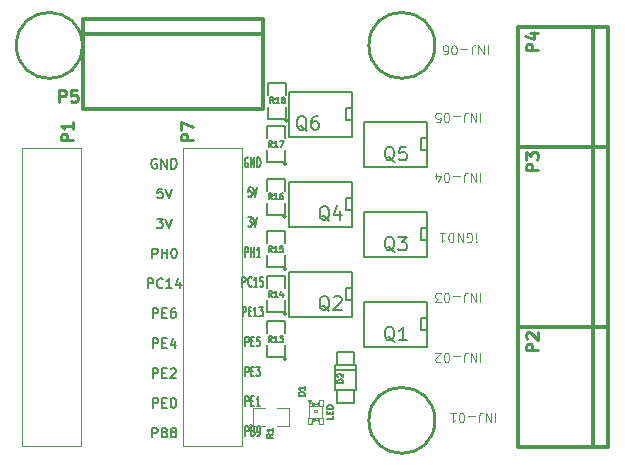
<source format=gto>
G04 (created by PCBNEW (2013-07-07 BZR 4022)-stable) date 11/10/2013 6:39:55 PM*
%MOIN*%
G04 Gerber Fmt 3.4, Leading zero omitted, Abs format*
%FSLAX34Y34*%
G01*
G70*
G90*
G04 APERTURE LIST*
%ADD10C,0.00590551*%
%ADD11C,0.005*%
%ADD12C,0.01*%
%ADD13C,0.0045*%
%ADD14C,0.0039*%
%ADD15C,0.012*%
%ADD16C,0.0026*%
%ADD17C,0.004*%
%ADD18C,0.002*%
%ADD19C,0.006*%
G04 APERTURE END LIST*
G54D10*
G54D11*
X38497Y-51874D02*
X38478Y-51859D01*
X38450Y-51859D01*
X38421Y-51874D01*
X38402Y-51905D01*
X38392Y-51935D01*
X38383Y-51996D01*
X38383Y-52042D01*
X38392Y-52103D01*
X38402Y-52133D01*
X38421Y-52164D01*
X38450Y-52179D01*
X38469Y-52179D01*
X38497Y-52164D01*
X38507Y-52149D01*
X38507Y-52042D01*
X38469Y-52042D01*
X38592Y-52179D02*
X38592Y-51859D01*
X38707Y-52179D01*
X38707Y-51859D01*
X38802Y-52179D02*
X38802Y-51859D01*
X38850Y-51859D01*
X38878Y-51874D01*
X38897Y-51905D01*
X38907Y-51935D01*
X38916Y-51996D01*
X38916Y-52042D01*
X38907Y-52103D01*
X38897Y-52133D01*
X38878Y-52164D01*
X38850Y-52179D01*
X38802Y-52179D01*
X38611Y-52855D02*
X38516Y-52855D01*
X38507Y-53007D01*
X38516Y-52992D01*
X38535Y-52977D01*
X38583Y-52977D01*
X38602Y-52992D01*
X38611Y-53007D01*
X38621Y-53038D01*
X38621Y-53114D01*
X38611Y-53145D01*
X38602Y-53160D01*
X38583Y-53175D01*
X38535Y-53175D01*
X38516Y-53160D01*
X38507Y-53145D01*
X38678Y-52855D02*
X38745Y-53175D01*
X38811Y-52855D01*
X38497Y-53851D02*
X38621Y-53851D01*
X38554Y-53973D01*
X38583Y-53973D01*
X38602Y-53988D01*
X38611Y-54003D01*
X38621Y-54034D01*
X38621Y-54110D01*
X38611Y-54141D01*
X38602Y-54156D01*
X38583Y-54171D01*
X38526Y-54171D01*
X38507Y-54156D01*
X38497Y-54141D01*
X38678Y-53851D02*
X38745Y-54171D01*
X38811Y-53851D01*
X38397Y-55167D02*
X38397Y-54847D01*
X38473Y-54847D01*
X38492Y-54862D01*
X38502Y-54878D01*
X38511Y-54908D01*
X38511Y-54954D01*
X38502Y-54984D01*
X38492Y-54999D01*
X38473Y-55015D01*
X38397Y-55015D01*
X38597Y-55167D02*
X38597Y-54847D01*
X38597Y-54999D02*
X38711Y-54999D01*
X38711Y-55167D02*
X38711Y-54847D01*
X38911Y-55167D02*
X38797Y-55167D01*
X38854Y-55167D02*
X38854Y-54847D01*
X38835Y-54893D01*
X38816Y-54923D01*
X38797Y-54938D01*
X38307Y-56163D02*
X38307Y-55843D01*
X38383Y-55843D01*
X38402Y-55858D01*
X38411Y-55874D01*
X38421Y-55904D01*
X38421Y-55950D01*
X38411Y-55980D01*
X38402Y-55995D01*
X38383Y-56011D01*
X38307Y-56011D01*
X38621Y-56133D02*
X38611Y-56148D01*
X38583Y-56163D01*
X38564Y-56163D01*
X38535Y-56148D01*
X38516Y-56117D01*
X38507Y-56087D01*
X38497Y-56026D01*
X38497Y-55980D01*
X38507Y-55919D01*
X38516Y-55889D01*
X38535Y-55858D01*
X38564Y-55843D01*
X38583Y-55843D01*
X38611Y-55858D01*
X38621Y-55874D01*
X38811Y-56163D02*
X38697Y-56163D01*
X38754Y-56163D02*
X38754Y-55843D01*
X38735Y-55889D01*
X38716Y-55919D01*
X38697Y-55934D01*
X38992Y-55843D02*
X38897Y-55843D01*
X38888Y-55995D01*
X38897Y-55980D01*
X38916Y-55965D01*
X38964Y-55965D01*
X38983Y-55980D01*
X38992Y-55995D01*
X39002Y-56026D01*
X39002Y-56102D01*
X38992Y-56133D01*
X38983Y-56148D01*
X38964Y-56163D01*
X38916Y-56163D01*
X38897Y-56148D01*
X38888Y-56133D01*
X38316Y-57159D02*
X38316Y-56839D01*
X38392Y-56839D01*
X38411Y-56854D01*
X38421Y-56870D01*
X38430Y-56900D01*
X38430Y-56946D01*
X38421Y-56976D01*
X38411Y-56991D01*
X38392Y-57007D01*
X38316Y-57007D01*
X38516Y-56991D02*
X38583Y-56991D01*
X38611Y-57159D02*
X38516Y-57159D01*
X38516Y-56839D01*
X38611Y-56839D01*
X38802Y-57159D02*
X38688Y-57159D01*
X38745Y-57159D02*
X38745Y-56839D01*
X38726Y-56885D01*
X38707Y-56915D01*
X38688Y-56930D01*
X38869Y-56839D02*
X38992Y-56839D01*
X38926Y-56961D01*
X38954Y-56961D01*
X38973Y-56976D01*
X38983Y-56991D01*
X38992Y-57022D01*
X38992Y-57098D01*
X38983Y-57129D01*
X38973Y-57144D01*
X38954Y-57159D01*
X38897Y-57159D01*
X38878Y-57144D01*
X38869Y-57129D01*
X38411Y-58155D02*
X38411Y-57835D01*
X38488Y-57835D01*
X38507Y-57850D01*
X38516Y-57866D01*
X38526Y-57896D01*
X38526Y-57942D01*
X38516Y-57972D01*
X38507Y-57987D01*
X38488Y-58003D01*
X38411Y-58003D01*
X38611Y-57987D02*
X38678Y-57987D01*
X38707Y-58155D02*
X38611Y-58155D01*
X38611Y-57835D01*
X38707Y-57835D01*
X38888Y-57835D02*
X38792Y-57835D01*
X38783Y-57987D01*
X38792Y-57972D01*
X38811Y-57957D01*
X38859Y-57957D01*
X38878Y-57972D01*
X38888Y-57987D01*
X38897Y-58018D01*
X38897Y-58094D01*
X38888Y-58125D01*
X38878Y-58140D01*
X38859Y-58155D01*
X38811Y-58155D01*
X38792Y-58140D01*
X38783Y-58125D01*
X38411Y-59151D02*
X38411Y-58831D01*
X38488Y-58831D01*
X38507Y-58846D01*
X38516Y-58862D01*
X38526Y-58892D01*
X38526Y-58938D01*
X38516Y-58968D01*
X38507Y-58983D01*
X38488Y-58999D01*
X38411Y-58999D01*
X38611Y-58983D02*
X38678Y-58983D01*
X38707Y-59151D02*
X38611Y-59151D01*
X38611Y-58831D01*
X38707Y-58831D01*
X38773Y-58831D02*
X38897Y-58831D01*
X38830Y-58953D01*
X38859Y-58953D01*
X38878Y-58968D01*
X38888Y-58983D01*
X38897Y-59014D01*
X38897Y-59090D01*
X38888Y-59121D01*
X38878Y-59136D01*
X38859Y-59151D01*
X38802Y-59151D01*
X38783Y-59136D01*
X38773Y-59121D01*
X38411Y-60147D02*
X38411Y-59827D01*
X38488Y-59827D01*
X38507Y-59842D01*
X38516Y-59858D01*
X38526Y-59888D01*
X38526Y-59934D01*
X38516Y-59964D01*
X38507Y-59979D01*
X38488Y-59995D01*
X38411Y-59995D01*
X38611Y-59979D02*
X38678Y-59979D01*
X38707Y-60147D02*
X38611Y-60147D01*
X38611Y-59827D01*
X38707Y-59827D01*
X38897Y-60147D02*
X38783Y-60147D01*
X38840Y-60147D02*
X38840Y-59827D01*
X38821Y-59873D01*
X38802Y-59903D01*
X38783Y-59918D01*
X38402Y-61143D02*
X38402Y-60823D01*
X38478Y-60823D01*
X38497Y-60838D01*
X38507Y-60854D01*
X38516Y-60884D01*
X38516Y-60930D01*
X38507Y-60960D01*
X38497Y-60975D01*
X38478Y-60991D01*
X38402Y-60991D01*
X38669Y-60975D02*
X38697Y-60991D01*
X38707Y-61006D01*
X38716Y-61036D01*
X38716Y-61082D01*
X38707Y-61113D01*
X38697Y-61128D01*
X38678Y-61143D01*
X38602Y-61143D01*
X38602Y-60823D01*
X38669Y-60823D01*
X38688Y-60838D01*
X38697Y-60854D01*
X38707Y-60884D01*
X38707Y-60914D01*
X38697Y-60945D01*
X38688Y-60960D01*
X38669Y-60975D01*
X38602Y-60975D01*
X38811Y-61143D02*
X38850Y-61143D01*
X38869Y-61128D01*
X38878Y-61113D01*
X38897Y-61067D01*
X38907Y-61006D01*
X38907Y-60884D01*
X38897Y-60854D01*
X38888Y-60838D01*
X38869Y-60823D01*
X38830Y-60823D01*
X38811Y-60838D01*
X38802Y-60854D01*
X38792Y-60884D01*
X38792Y-60960D01*
X38802Y-60991D01*
X38811Y-61006D01*
X38830Y-61021D01*
X38869Y-61021D01*
X38888Y-61006D01*
X38897Y-60991D01*
X38907Y-60960D01*
X35456Y-51924D02*
X35425Y-51909D01*
X35380Y-51909D01*
X35334Y-51924D01*
X35303Y-51955D01*
X35288Y-51985D01*
X35273Y-52046D01*
X35273Y-52092D01*
X35288Y-52153D01*
X35303Y-52183D01*
X35334Y-52214D01*
X35380Y-52229D01*
X35410Y-52229D01*
X35456Y-52214D01*
X35471Y-52199D01*
X35471Y-52092D01*
X35410Y-52092D01*
X35608Y-52229D02*
X35608Y-51909D01*
X35791Y-52229D01*
X35791Y-51909D01*
X35943Y-52229D02*
X35943Y-51909D01*
X36020Y-51909D01*
X36065Y-51924D01*
X36096Y-51955D01*
X36111Y-51985D01*
X36126Y-52046D01*
X36126Y-52092D01*
X36111Y-52153D01*
X36096Y-52183D01*
X36065Y-52214D01*
X36020Y-52229D01*
X35943Y-52229D01*
X35639Y-52905D02*
X35486Y-52905D01*
X35471Y-53057D01*
X35486Y-53042D01*
X35517Y-53027D01*
X35593Y-53027D01*
X35623Y-53042D01*
X35639Y-53057D01*
X35654Y-53088D01*
X35654Y-53164D01*
X35639Y-53195D01*
X35623Y-53210D01*
X35593Y-53225D01*
X35517Y-53225D01*
X35486Y-53210D01*
X35471Y-53195D01*
X35745Y-52905D02*
X35852Y-53225D01*
X35959Y-52905D01*
X35456Y-53901D02*
X35654Y-53901D01*
X35547Y-54023D01*
X35593Y-54023D01*
X35623Y-54038D01*
X35639Y-54053D01*
X35654Y-54084D01*
X35654Y-54160D01*
X35639Y-54191D01*
X35623Y-54206D01*
X35593Y-54221D01*
X35501Y-54221D01*
X35471Y-54206D01*
X35456Y-54191D01*
X35745Y-53901D02*
X35852Y-54221D01*
X35959Y-53901D01*
X35296Y-55217D02*
X35296Y-54897D01*
X35418Y-54897D01*
X35448Y-54912D01*
X35463Y-54928D01*
X35479Y-54958D01*
X35479Y-55004D01*
X35463Y-55034D01*
X35448Y-55049D01*
X35418Y-55065D01*
X35296Y-55065D01*
X35616Y-55217D02*
X35616Y-54897D01*
X35616Y-55049D02*
X35799Y-55049D01*
X35799Y-55217D02*
X35799Y-54897D01*
X36012Y-54897D02*
X36042Y-54897D01*
X36073Y-54912D01*
X36088Y-54928D01*
X36103Y-54958D01*
X36119Y-55019D01*
X36119Y-55095D01*
X36103Y-55156D01*
X36088Y-55187D01*
X36073Y-55202D01*
X36042Y-55217D01*
X36012Y-55217D01*
X35981Y-55202D01*
X35966Y-55187D01*
X35951Y-55156D01*
X35936Y-55095D01*
X35936Y-55019D01*
X35951Y-54958D01*
X35966Y-54928D01*
X35981Y-54912D01*
X36012Y-54897D01*
X35151Y-56213D02*
X35151Y-55893D01*
X35273Y-55893D01*
X35303Y-55908D01*
X35319Y-55924D01*
X35334Y-55954D01*
X35334Y-56000D01*
X35319Y-56030D01*
X35303Y-56045D01*
X35273Y-56061D01*
X35151Y-56061D01*
X35654Y-56183D02*
X35639Y-56198D01*
X35593Y-56213D01*
X35562Y-56213D01*
X35517Y-56198D01*
X35486Y-56167D01*
X35471Y-56137D01*
X35456Y-56076D01*
X35456Y-56030D01*
X35471Y-55969D01*
X35486Y-55939D01*
X35517Y-55908D01*
X35562Y-55893D01*
X35593Y-55893D01*
X35639Y-55908D01*
X35654Y-55924D01*
X35959Y-56213D02*
X35776Y-56213D01*
X35867Y-56213D02*
X35867Y-55893D01*
X35837Y-55939D01*
X35806Y-55969D01*
X35776Y-55984D01*
X36233Y-56000D02*
X36233Y-56213D01*
X36157Y-55878D02*
X36080Y-56106D01*
X36279Y-56106D01*
X35319Y-57209D02*
X35319Y-56889D01*
X35440Y-56889D01*
X35471Y-56904D01*
X35486Y-56920D01*
X35501Y-56950D01*
X35501Y-56996D01*
X35486Y-57026D01*
X35471Y-57041D01*
X35440Y-57057D01*
X35319Y-57057D01*
X35639Y-57041D02*
X35745Y-57041D01*
X35791Y-57209D02*
X35639Y-57209D01*
X35639Y-56889D01*
X35791Y-56889D01*
X36065Y-56889D02*
X36004Y-56889D01*
X35974Y-56904D01*
X35959Y-56920D01*
X35928Y-56965D01*
X35913Y-57026D01*
X35913Y-57148D01*
X35928Y-57179D01*
X35943Y-57194D01*
X35974Y-57209D01*
X36035Y-57209D01*
X36065Y-57194D01*
X36080Y-57179D01*
X36096Y-57148D01*
X36096Y-57072D01*
X36080Y-57041D01*
X36065Y-57026D01*
X36035Y-57011D01*
X35974Y-57011D01*
X35943Y-57026D01*
X35928Y-57041D01*
X35913Y-57072D01*
X35319Y-58205D02*
X35319Y-57885D01*
X35440Y-57885D01*
X35471Y-57900D01*
X35486Y-57916D01*
X35501Y-57946D01*
X35501Y-57992D01*
X35486Y-58022D01*
X35471Y-58037D01*
X35440Y-58053D01*
X35319Y-58053D01*
X35639Y-58037D02*
X35745Y-58037D01*
X35791Y-58205D02*
X35639Y-58205D01*
X35639Y-57885D01*
X35791Y-57885D01*
X36065Y-57992D02*
X36065Y-58205D01*
X35989Y-57870D02*
X35913Y-58098D01*
X36111Y-58098D01*
X35319Y-59201D02*
X35319Y-58881D01*
X35440Y-58881D01*
X35471Y-58896D01*
X35486Y-58912D01*
X35501Y-58942D01*
X35501Y-58988D01*
X35486Y-59018D01*
X35471Y-59033D01*
X35440Y-59049D01*
X35319Y-59049D01*
X35639Y-59033D02*
X35745Y-59033D01*
X35791Y-59201D02*
X35639Y-59201D01*
X35639Y-58881D01*
X35791Y-58881D01*
X35913Y-58912D02*
X35928Y-58896D01*
X35959Y-58881D01*
X36035Y-58881D01*
X36065Y-58896D01*
X36080Y-58912D01*
X36096Y-58942D01*
X36096Y-58972D01*
X36080Y-59018D01*
X35898Y-59201D01*
X36096Y-59201D01*
X35319Y-60197D02*
X35319Y-59877D01*
X35440Y-59877D01*
X35471Y-59892D01*
X35486Y-59908D01*
X35501Y-59938D01*
X35501Y-59984D01*
X35486Y-60014D01*
X35471Y-60029D01*
X35440Y-60045D01*
X35319Y-60045D01*
X35639Y-60029D02*
X35745Y-60029D01*
X35791Y-60197D02*
X35639Y-60197D01*
X35639Y-59877D01*
X35791Y-59877D01*
X35989Y-59877D02*
X36020Y-59877D01*
X36050Y-59892D01*
X36065Y-59908D01*
X36080Y-59938D01*
X36096Y-59999D01*
X36096Y-60075D01*
X36080Y-60136D01*
X36065Y-60167D01*
X36050Y-60182D01*
X36020Y-60197D01*
X35989Y-60197D01*
X35959Y-60182D01*
X35943Y-60167D01*
X35928Y-60136D01*
X35913Y-60075D01*
X35913Y-59999D01*
X35928Y-59938D01*
X35943Y-59908D01*
X35959Y-59892D01*
X35989Y-59877D01*
X35303Y-61193D02*
X35303Y-60873D01*
X35425Y-60873D01*
X35456Y-60888D01*
X35471Y-60904D01*
X35486Y-60934D01*
X35486Y-60980D01*
X35471Y-61010D01*
X35456Y-61025D01*
X35425Y-61041D01*
X35303Y-61041D01*
X35730Y-61025D02*
X35776Y-61041D01*
X35791Y-61056D01*
X35806Y-61086D01*
X35806Y-61132D01*
X35791Y-61163D01*
X35776Y-61178D01*
X35745Y-61193D01*
X35623Y-61193D01*
X35623Y-60873D01*
X35730Y-60873D01*
X35760Y-60888D01*
X35776Y-60904D01*
X35791Y-60934D01*
X35791Y-60964D01*
X35776Y-60995D01*
X35760Y-61010D01*
X35730Y-61025D01*
X35623Y-61025D01*
X35989Y-61010D02*
X35959Y-60995D01*
X35943Y-60980D01*
X35928Y-60949D01*
X35928Y-60934D01*
X35943Y-60904D01*
X35959Y-60888D01*
X35989Y-60873D01*
X36050Y-60873D01*
X36080Y-60888D01*
X36096Y-60904D01*
X36111Y-60934D01*
X36111Y-60949D01*
X36096Y-60980D01*
X36080Y-60995D01*
X36050Y-61010D01*
X35989Y-61010D01*
X35959Y-61025D01*
X35943Y-61041D01*
X35928Y-61071D01*
X35928Y-61132D01*
X35943Y-61163D01*
X35959Y-61178D01*
X35989Y-61193D01*
X36050Y-61193D01*
X36080Y-61178D01*
X36096Y-61163D01*
X36111Y-61132D01*
X36111Y-61071D01*
X36096Y-61041D01*
X36080Y-61025D01*
X36050Y-61010D01*
G54D12*
X44725Y-60625D02*
G75*
G03X44725Y-60625I-1100J0D01*
G74*
G01*
X44725Y-48125D02*
G75*
G03X44725Y-48125I-1100J0D01*
G74*
G01*
X32975Y-48125D02*
G75*
G03X32975Y-48125I-1100J0D01*
G74*
G01*
G54D13*
X46742Y-60378D02*
X46742Y-60678D01*
X46599Y-60378D02*
X46599Y-60678D01*
X46428Y-60378D01*
X46428Y-60678D01*
X46199Y-60678D02*
X46199Y-60464D01*
X46214Y-60421D01*
X46242Y-60392D01*
X46285Y-60378D01*
X46314Y-60378D01*
X46057Y-60492D02*
X45828Y-60492D01*
X45628Y-60678D02*
X45599Y-60678D01*
X45571Y-60664D01*
X45557Y-60650D01*
X45542Y-60621D01*
X45528Y-60564D01*
X45528Y-60492D01*
X45542Y-60435D01*
X45557Y-60407D01*
X45571Y-60392D01*
X45599Y-60378D01*
X45628Y-60378D01*
X45657Y-60392D01*
X45671Y-60407D01*
X45685Y-60435D01*
X45699Y-60492D01*
X45699Y-60564D01*
X45685Y-60621D01*
X45671Y-60650D01*
X45657Y-60664D01*
X45628Y-60678D01*
X45242Y-60378D02*
X45414Y-60378D01*
X45328Y-60378D02*
X45328Y-60678D01*
X45357Y-60635D01*
X45385Y-60607D01*
X45414Y-60592D01*
X46242Y-58378D02*
X46242Y-58678D01*
X46099Y-58378D02*
X46099Y-58678D01*
X45928Y-58378D01*
X45928Y-58678D01*
X45699Y-58678D02*
X45699Y-58464D01*
X45714Y-58421D01*
X45742Y-58392D01*
X45785Y-58378D01*
X45814Y-58378D01*
X45557Y-58492D02*
X45328Y-58492D01*
X45128Y-58678D02*
X45099Y-58678D01*
X45071Y-58664D01*
X45057Y-58650D01*
X45042Y-58621D01*
X45028Y-58564D01*
X45028Y-58492D01*
X45042Y-58435D01*
X45057Y-58407D01*
X45071Y-58392D01*
X45099Y-58378D01*
X45128Y-58378D01*
X45157Y-58392D01*
X45171Y-58407D01*
X45185Y-58435D01*
X45199Y-58492D01*
X45199Y-58564D01*
X45185Y-58621D01*
X45171Y-58650D01*
X45157Y-58664D01*
X45128Y-58678D01*
X44914Y-58650D02*
X44899Y-58664D01*
X44871Y-58678D01*
X44799Y-58678D01*
X44771Y-58664D01*
X44757Y-58650D01*
X44742Y-58621D01*
X44742Y-58592D01*
X44757Y-58550D01*
X44928Y-58378D01*
X44742Y-58378D01*
X46242Y-56378D02*
X46242Y-56678D01*
X46099Y-56378D02*
X46099Y-56678D01*
X45928Y-56378D01*
X45928Y-56678D01*
X45699Y-56678D02*
X45699Y-56464D01*
X45714Y-56421D01*
X45742Y-56392D01*
X45785Y-56378D01*
X45814Y-56378D01*
X45557Y-56492D02*
X45328Y-56492D01*
X45128Y-56678D02*
X45099Y-56678D01*
X45071Y-56664D01*
X45057Y-56650D01*
X45042Y-56621D01*
X45028Y-56564D01*
X45028Y-56492D01*
X45042Y-56435D01*
X45057Y-56407D01*
X45071Y-56392D01*
X45099Y-56378D01*
X45128Y-56378D01*
X45157Y-56392D01*
X45171Y-56407D01*
X45185Y-56435D01*
X45199Y-56492D01*
X45199Y-56564D01*
X45185Y-56621D01*
X45171Y-56650D01*
X45157Y-56664D01*
X45128Y-56678D01*
X44928Y-56678D02*
X44742Y-56678D01*
X44842Y-56564D01*
X44799Y-56564D01*
X44771Y-56550D01*
X44757Y-56535D01*
X44742Y-56507D01*
X44742Y-56435D01*
X44757Y-56407D01*
X44771Y-56392D01*
X44799Y-56378D01*
X44885Y-56378D01*
X44914Y-56392D01*
X44928Y-56407D01*
X46492Y-48128D02*
X46492Y-48428D01*
X46349Y-48128D02*
X46349Y-48428D01*
X46178Y-48128D01*
X46178Y-48428D01*
X45949Y-48428D02*
X45949Y-48214D01*
X45964Y-48171D01*
X45992Y-48142D01*
X46035Y-48128D01*
X46064Y-48128D01*
X45807Y-48242D02*
X45578Y-48242D01*
X45378Y-48428D02*
X45349Y-48428D01*
X45321Y-48414D01*
X45307Y-48400D01*
X45292Y-48371D01*
X45278Y-48314D01*
X45278Y-48242D01*
X45292Y-48185D01*
X45307Y-48157D01*
X45321Y-48142D01*
X45349Y-48128D01*
X45378Y-48128D01*
X45407Y-48142D01*
X45421Y-48157D01*
X45435Y-48185D01*
X45449Y-48242D01*
X45449Y-48314D01*
X45435Y-48371D01*
X45421Y-48400D01*
X45407Y-48414D01*
X45378Y-48428D01*
X45021Y-48428D02*
X45078Y-48428D01*
X45107Y-48414D01*
X45121Y-48400D01*
X45149Y-48357D01*
X45164Y-48300D01*
X45164Y-48185D01*
X45149Y-48157D01*
X45135Y-48142D01*
X45107Y-48128D01*
X45049Y-48128D01*
X45021Y-48142D01*
X45007Y-48157D01*
X44992Y-48185D01*
X44992Y-48257D01*
X45007Y-48285D01*
X45021Y-48300D01*
X45049Y-48314D01*
X45107Y-48314D01*
X45135Y-48300D01*
X45149Y-48285D01*
X45164Y-48257D01*
X46242Y-50378D02*
X46242Y-50678D01*
X46099Y-50378D02*
X46099Y-50678D01*
X45928Y-50378D01*
X45928Y-50678D01*
X45699Y-50678D02*
X45699Y-50464D01*
X45714Y-50421D01*
X45742Y-50392D01*
X45785Y-50378D01*
X45814Y-50378D01*
X45557Y-50492D02*
X45328Y-50492D01*
X45128Y-50678D02*
X45099Y-50678D01*
X45071Y-50664D01*
X45057Y-50650D01*
X45042Y-50621D01*
X45028Y-50564D01*
X45028Y-50492D01*
X45042Y-50435D01*
X45057Y-50407D01*
X45071Y-50392D01*
X45099Y-50378D01*
X45128Y-50378D01*
X45157Y-50392D01*
X45171Y-50407D01*
X45185Y-50435D01*
X45199Y-50492D01*
X45199Y-50564D01*
X45185Y-50621D01*
X45171Y-50650D01*
X45157Y-50664D01*
X45128Y-50678D01*
X44757Y-50678D02*
X44899Y-50678D01*
X44914Y-50535D01*
X44899Y-50550D01*
X44871Y-50564D01*
X44799Y-50564D01*
X44771Y-50550D01*
X44757Y-50535D01*
X44742Y-50507D01*
X44742Y-50435D01*
X44757Y-50407D01*
X44771Y-50392D01*
X44799Y-50378D01*
X44871Y-50378D01*
X44899Y-50392D01*
X44914Y-50407D01*
X46242Y-52378D02*
X46242Y-52678D01*
X46099Y-52378D02*
X46099Y-52678D01*
X45928Y-52378D01*
X45928Y-52678D01*
X45699Y-52678D02*
X45699Y-52464D01*
X45714Y-52421D01*
X45742Y-52392D01*
X45785Y-52378D01*
X45814Y-52378D01*
X45557Y-52492D02*
X45328Y-52492D01*
X45128Y-52678D02*
X45099Y-52678D01*
X45071Y-52664D01*
X45057Y-52650D01*
X45042Y-52621D01*
X45028Y-52564D01*
X45028Y-52492D01*
X45042Y-52435D01*
X45057Y-52407D01*
X45071Y-52392D01*
X45099Y-52378D01*
X45128Y-52378D01*
X45157Y-52392D01*
X45171Y-52407D01*
X45185Y-52435D01*
X45199Y-52492D01*
X45199Y-52564D01*
X45185Y-52621D01*
X45171Y-52650D01*
X45157Y-52664D01*
X45128Y-52678D01*
X44771Y-52578D02*
X44771Y-52378D01*
X44842Y-52692D02*
X44914Y-52478D01*
X44728Y-52478D01*
X46099Y-54378D02*
X46099Y-54578D01*
X46099Y-54678D02*
X46114Y-54664D01*
X46099Y-54650D01*
X46085Y-54664D01*
X46099Y-54678D01*
X46099Y-54650D01*
X45800Y-54664D02*
X45828Y-54678D01*
X45871Y-54678D01*
X45914Y-54664D01*
X45942Y-54635D01*
X45957Y-54607D01*
X45971Y-54550D01*
X45971Y-54507D01*
X45957Y-54450D01*
X45942Y-54421D01*
X45914Y-54392D01*
X45871Y-54378D01*
X45842Y-54378D01*
X45800Y-54392D01*
X45785Y-54407D01*
X45785Y-54507D01*
X45842Y-54507D01*
X45657Y-54378D02*
X45657Y-54678D01*
X45485Y-54378D01*
X45485Y-54678D01*
X45342Y-54378D02*
X45342Y-54678D01*
X45271Y-54678D01*
X45228Y-54664D01*
X45199Y-54635D01*
X45185Y-54607D01*
X45171Y-54550D01*
X45171Y-54507D01*
X45185Y-54450D01*
X45199Y-54421D01*
X45228Y-54392D01*
X45271Y-54378D01*
X45342Y-54378D01*
X44885Y-54378D02*
X45057Y-54378D01*
X44971Y-54378D02*
X44971Y-54678D01*
X44999Y-54635D01*
X45028Y-54607D01*
X45057Y-54592D01*
G54D11*
X41975Y-52725D02*
X41975Y-52675D01*
X41975Y-52675D02*
X39875Y-52675D01*
X39875Y-54175D02*
X41975Y-54175D01*
X41975Y-54175D02*
X41975Y-52725D01*
X41975Y-53625D02*
X41775Y-53625D01*
X41775Y-53625D02*
X41775Y-53225D01*
X41775Y-53225D02*
X41975Y-53225D01*
X39875Y-54175D02*
X39875Y-52675D01*
X44475Y-56725D02*
X44475Y-56675D01*
X44475Y-56675D02*
X42375Y-56675D01*
X42375Y-58175D02*
X44475Y-58175D01*
X44475Y-58175D02*
X44475Y-56725D01*
X44475Y-57625D02*
X44275Y-57625D01*
X44275Y-57625D02*
X44275Y-57225D01*
X44275Y-57225D02*
X44475Y-57225D01*
X42375Y-58175D02*
X42375Y-56675D01*
X41975Y-55725D02*
X41975Y-55675D01*
X41975Y-55675D02*
X39875Y-55675D01*
X39875Y-57175D02*
X41975Y-57175D01*
X41975Y-57175D02*
X41975Y-55725D01*
X41975Y-56625D02*
X41775Y-56625D01*
X41775Y-56625D02*
X41775Y-56225D01*
X41775Y-56225D02*
X41975Y-56225D01*
X39875Y-57175D02*
X39875Y-55675D01*
X44475Y-53725D02*
X44475Y-53675D01*
X44475Y-53675D02*
X42375Y-53675D01*
X42375Y-55175D02*
X44475Y-55175D01*
X44475Y-55175D02*
X44475Y-53725D01*
X44475Y-54625D02*
X44275Y-54625D01*
X44275Y-54625D02*
X44275Y-54225D01*
X44275Y-54225D02*
X44475Y-54225D01*
X42375Y-55175D02*
X42375Y-53675D01*
X41975Y-49725D02*
X41975Y-49675D01*
X41975Y-49675D02*
X39875Y-49675D01*
X39875Y-51175D02*
X41975Y-51175D01*
X41975Y-51175D02*
X41975Y-49725D01*
X41975Y-50625D02*
X41775Y-50625D01*
X41775Y-50625D02*
X41775Y-50225D01*
X41775Y-50225D02*
X41975Y-50225D01*
X39875Y-51175D02*
X39875Y-49675D01*
X44475Y-50725D02*
X44475Y-50675D01*
X44475Y-50675D02*
X42375Y-50675D01*
X42375Y-52175D02*
X44475Y-52175D01*
X44475Y-52175D02*
X44475Y-50725D01*
X44475Y-51625D02*
X44275Y-51625D01*
X44275Y-51625D02*
X44275Y-51225D01*
X44275Y-51225D02*
X44475Y-51225D01*
X42375Y-52175D02*
X42375Y-50675D01*
X39775Y-58575D02*
G75*
G03X39775Y-58575I-50J0D01*
G74*
G01*
X39725Y-58125D02*
X39725Y-58525D01*
X39725Y-58525D02*
X39125Y-58525D01*
X39125Y-58525D02*
X39125Y-58125D01*
X39125Y-57725D02*
X39125Y-57325D01*
X39125Y-57325D02*
X39725Y-57325D01*
X39725Y-57325D02*
X39725Y-57725D01*
X39775Y-57075D02*
G75*
G03X39775Y-57075I-50J0D01*
G74*
G01*
X39725Y-56625D02*
X39725Y-57025D01*
X39725Y-57025D02*
X39125Y-57025D01*
X39125Y-57025D02*
X39125Y-56625D01*
X39125Y-56225D02*
X39125Y-55825D01*
X39125Y-55825D02*
X39725Y-55825D01*
X39725Y-55825D02*
X39725Y-56225D01*
X39775Y-53825D02*
G75*
G03X39775Y-53825I-50J0D01*
G74*
G01*
X39725Y-53375D02*
X39725Y-53775D01*
X39725Y-53775D02*
X39125Y-53775D01*
X39125Y-53775D02*
X39125Y-53375D01*
X39125Y-52975D02*
X39125Y-52575D01*
X39125Y-52575D02*
X39725Y-52575D01*
X39725Y-52575D02*
X39725Y-52975D01*
X39775Y-55575D02*
G75*
G03X39775Y-55575I-50J0D01*
G74*
G01*
X39725Y-55125D02*
X39725Y-55525D01*
X39725Y-55525D02*
X39125Y-55525D01*
X39125Y-55525D02*
X39125Y-55125D01*
X39125Y-54725D02*
X39125Y-54325D01*
X39125Y-54325D02*
X39725Y-54325D01*
X39725Y-54325D02*
X39725Y-54725D01*
X39825Y-50625D02*
G75*
G03X39825Y-50625I-50J0D01*
G74*
G01*
X39775Y-50175D02*
X39775Y-50575D01*
X39775Y-50575D02*
X39175Y-50575D01*
X39175Y-50575D02*
X39175Y-50175D01*
X39175Y-49775D02*
X39175Y-49375D01*
X39175Y-49375D02*
X39775Y-49375D01*
X39775Y-49375D02*
X39775Y-49775D01*
X39775Y-52075D02*
G75*
G03X39775Y-52075I-50J0D01*
G74*
G01*
X39725Y-51625D02*
X39725Y-52025D01*
X39725Y-52025D02*
X39125Y-52025D01*
X39125Y-52025D02*
X39125Y-51625D01*
X39125Y-51225D02*
X39125Y-50825D01*
X39125Y-50825D02*
X39725Y-50825D01*
X39725Y-50825D02*
X39725Y-51225D01*
G54D14*
X30966Y-61471D02*
X32934Y-61471D01*
X32934Y-61471D02*
X32934Y-51530D01*
X32934Y-51530D02*
X30966Y-51530D01*
X30966Y-51530D02*
X30966Y-61471D01*
G54D15*
X50500Y-57500D02*
X47500Y-57500D01*
X50500Y-51500D02*
X47500Y-51500D01*
X50000Y-57500D02*
X50000Y-51500D01*
X47500Y-57500D02*
X47500Y-51500D01*
X50500Y-57500D02*
X50500Y-51500D01*
X50000Y-57500D02*
X50000Y-61500D01*
X50500Y-57500D02*
X47500Y-57500D01*
X47500Y-57500D02*
X47500Y-61500D01*
X47500Y-61500D02*
X50500Y-61500D01*
X50500Y-61500D02*
X50500Y-57500D01*
X50000Y-47500D02*
X50000Y-51500D01*
X50500Y-47500D02*
X47500Y-47500D01*
X47500Y-47500D02*
X47500Y-51500D01*
X47500Y-51500D02*
X50500Y-51500D01*
X50500Y-51500D02*
X50500Y-47500D01*
G54D14*
X36316Y-61471D02*
X38284Y-61471D01*
X38284Y-61471D02*
X38284Y-51530D01*
X38284Y-51530D02*
X36316Y-51530D01*
X36316Y-51530D02*
X36316Y-61471D01*
G54D15*
X39000Y-47250D02*
X39000Y-50250D01*
X33000Y-47250D02*
X33000Y-50250D01*
X39000Y-47750D02*
X33000Y-47750D01*
X39000Y-50250D02*
X33000Y-50250D01*
X39000Y-47250D02*
X33000Y-47250D01*
G54D11*
X41460Y-58330D02*
X42020Y-58330D01*
X41390Y-59600D02*
X41390Y-58790D01*
X42110Y-58790D02*
X42110Y-59600D01*
X41460Y-60060D02*
X42020Y-60060D01*
X42020Y-59630D02*
X42020Y-60050D01*
X41460Y-60050D02*
X41460Y-59620D01*
X41460Y-58770D02*
X41460Y-58330D01*
X42020Y-58340D02*
X42020Y-58770D01*
X41390Y-59610D02*
X42110Y-59610D01*
X41390Y-58950D02*
X42110Y-58950D01*
X42110Y-58790D02*
X41390Y-58790D01*
G54D14*
X38650Y-60800D02*
G75*
G03X38650Y-60800I-50J0D01*
G74*
G01*
X39050Y-60800D02*
X38650Y-60800D01*
X38650Y-60800D02*
X38650Y-60200D01*
X38650Y-60200D02*
X39050Y-60200D01*
X39450Y-60200D02*
X39850Y-60200D01*
X39850Y-60200D02*
X39850Y-60800D01*
X39850Y-60800D02*
X39450Y-60800D01*
G54D16*
X40868Y-60154D02*
X40996Y-60154D01*
X40996Y-60154D02*
X40996Y-59957D01*
X40868Y-59957D02*
X40996Y-59957D01*
X40868Y-60154D02*
X40868Y-59957D01*
X40623Y-60154D02*
X40682Y-60154D01*
X40682Y-60154D02*
X40682Y-60055D01*
X40623Y-60055D02*
X40682Y-60055D01*
X40623Y-60154D02*
X40623Y-60055D01*
X40818Y-60154D02*
X40877Y-60154D01*
X40877Y-60154D02*
X40877Y-60055D01*
X40818Y-60055D02*
X40877Y-60055D01*
X40818Y-60154D02*
X40818Y-60055D01*
X40672Y-60154D02*
X40828Y-60154D01*
X40828Y-60154D02*
X40828Y-60085D01*
X40672Y-60085D02*
X40828Y-60085D01*
X40672Y-60154D02*
X40672Y-60085D01*
X40868Y-60743D02*
X40996Y-60743D01*
X40996Y-60743D02*
X40996Y-60546D01*
X40868Y-60546D02*
X40996Y-60546D01*
X40868Y-60743D02*
X40868Y-60546D01*
X40504Y-60743D02*
X40632Y-60743D01*
X40632Y-60743D02*
X40632Y-60546D01*
X40504Y-60546D02*
X40632Y-60546D01*
X40504Y-60743D02*
X40504Y-60546D01*
X40818Y-60645D02*
X40877Y-60645D01*
X40877Y-60645D02*
X40877Y-60546D01*
X40818Y-60546D02*
X40877Y-60546D01*
X40818Y-60645D02*
X40818Y-60546D01*
X40623Y-60645D02*
X40682Y-60645D01*
X40682Y-60645D02*
X40682Y-60546D01*
X40623Y-60546D02*
X40682Y-60546D01*
X40623Y-60645D02*
X40623Y-60546D01*
X40672Y-60615D02*
X40828Y-60615D01*
X40828Y-60615D02*
X40828Y-60546D01*
X40672Y-60546D02*
X40828Y-60546D01*
X40672Y-60615D02*
X40672Y-60546D01*
X40711Y-60350D02*
X40789Y-60350D01*
X40789Y-60350D02*
X40789Y-60272D01*
X40711Y-60272D02*
X40789Y-60272D01*
X40711Y-60350D02*
X40711Y-60272D01*
X40514Y-60154D02*
X40632Y-60154D01*
X40632Y-60154D02*
X40632Y-60036D01*
X40514Y-60036D02*
X40632Y-60036D01*
X40514Y-60154D02*
X40514Y-60036D01*
X40504Y-59986D02*
X40593Y-59986D01*
X40593Y-59986D02*
X40593Y-59957D01*
X40504Y-59957D02*
X40593Y-59957D01*
X40504Y-59986D02*
X40504Y-59957D01*
G54D17*
X40976Y-60144D02*
X40976Y-60556D01*
X40524Y-60546D02*
X40524Y-59986D01*
G54D18*
X40601Y-60016D02*
G75*
G03X40601Y-60016I-28J0D01*
G74*
G01*
G54D17*
X40613Y-59957D02*
G75*
G03X40887Y-59957I137J0D01*
G74*
G01*
X40887Y-60743D02*
G75*
G03X40613Y-60743I-137J0D01*
G74*
G01*
G54D19*
X41207Y-53975D02*
X41164Y-53953D01*
X41121Y-53910D01*
X41057Y-53846D01*
X41014Y-53825D01*
X40971Y-53825D01*
X40992Y-53932D02*
X40950Y-53910D01*
X40907Y-53867D01*
X40885Y-53782D01*
X40885Y-53632D01*
X40907Y-53546D01*
X40950Y-53503D01*
X40992Y-53482D01*
X41078Y-53482D01*
X41121Y-53503D01*
X41164Y-53546D01*
X41185Y-53632D01*
X41185Y-53782D01*
X41164Y-53867D01*
X41121Y-53910D01*
X41078Y-53932D01*
X40992Y-53932D01*
X41571Y-53632D02*
X41571Y-53932D01*
X41464Y-53460D02*
X41357Y-53782D01*
X41635Y-53782D01*
X43382Y-58000D02*
X43339Y-57978D01*
X43296Y-57935D01*
X43232Y-57871D01*
X43189Y-57850D01*
X43146Y-57850D01*
X43167Y-57957D02*
X43125Y-57935D01*
X43082Y-57892D01*
X43060Y-57807D01*
X43060Y-57657D01*
X43082Y-57571D01*
X43125Y-57528D01*
X43167Y-57507D01*
X43253Y-57507D01*
X43296Y-57528D01*
X43339Y-57571D01*
X43360Y-57657D01*
X43360Y-57807D01*
X43339Y-57892D01*
X43296Y-57935D01*
X43253Y-57957D01*
X43167Y-57957D01*
X43789Y-57957D02*
X43532Y-57957D01*
X43660Y-57957D02*
X43660Y-57507D01*
X43617Y-57571D01*
X43575Y-57614D01*
X43532Y-57635D01*
X41207Y-56975D02*
X41164Y-56953D01*
X41121Y-56910D01*
X41057Y-56846D01*
X41014Y-56825D01*
X40971Y-56825D01*
X40992Y-56932D02*
X40950Y-56910D01*
X40907Y-56867D01*
X40885Y-56782D01*
X40885Y-56632D01*
X40907Y-56546D01*
X40950Y-56503D01*
X40992Y-56482D01*
X41078Y-56482D01*
X41121Y-56503D01*
X41164Y-56546D01*
X41185Y-56632D01*
X41185Y-56782D01*
X41164Y-56867D01*
X41121Y-56910D01*
X41078Y-56932D01*
X40992Y-56932D01*
X41357Y-56525D02*
X41378Y-56503D01*
X41421Y-56482D01*
X41528Y-56482D01*
X41571Y-56503D01*
X41592Y-56525D01*
X41614Y-56567D01*
X41614Y-56610D01*
X41592Y-56675D01*
X41335Y-56932D01*
X41614Y-56932D01*
X43382Y-55000D02*
X43339Y-54978D01*
X43296Y-54935D01*
X43232Y-54871D01*
X43189Y-54850D01*
X43146Y-54850D01*
X43167Y-54957D02*
X43125Y-54935D01*
X43082Y-54892D01*
X43060Y-54807D01*
X43060Y-54657D01*
X43082Y-54571D01*
X43125Y-54528D01*
X43167Y-54507D01*
X43253Y-54507D01*
X43296Y-54528D01*
X43339Y-54571D01*
X43360Y-54657D01*
X43360Y-54807D01*
X43339Y-54892D01*
X43296Y-54935D01*
X43253Y-54957D01*
X43167Y-54957D01*
X43510Y-54507D02*
X43789Y-54507D01*
X43639Y-54678D01*
X43703Y-54678D01*
X43746Y-54700D01*
X43767Y-54721D01*
X43789Y-54764D01*
X43789Y-54871D01*
X43767Y-54914D01*
X43746Y-54935D01*
X43703Y-54957D01*
X43575Y-54957D01*
X43532Y-54935D01*
X43510Y-54914D01*
X40457Y-50975D02*
X40414Y-50953D01*
X40371Y-50910D01*
X40307Y-50846D01*
X40264Y-50825D01*
X40221Y-50825D01*
X40242Y-50932D02*
X40200Y-50910D01*
X40157Y-50867D01*
X40135Y-50782D01*
X40135Y-50632D01*
X40157Y-50546D01*
X40200Y-50503D01*
X40242Y-50482D01*
X40328Y-50482D01*
X40371Y-50503D01*
X40414Y-50546D01*
X40435Y-50632D01*
X40435Y-50782D01*
X40414Y-50867D01*
X40371Y-50910D01*
X40328Y-50932D01*
X40242Y-50932D01*
X40821Y-50482D02*
X40735Y-50482D01*
X40692Y-50503D01*
X40671Y-50525D01*
X40628Y-50589D01*
X40607Y-50675D01*
X40607Y-50846D01*
X40628Y-50889D01*
X40650Y-50910D01*
X40692Y-50932D01*
X40778Y-50932D01*
X40821Y-50910D01*
X40842Y-50889D01*
X40864Y-50846D01*
X40864Y-50739D01*
X40842Y-50696D01*
X40821Y-50675D01*
X40778Y-50653D01*
X40692Y-50653D01*
X40650Y-50675D01*
X40628Y-50696D01*
X40607Y-50739D01*
X43382Y-52000D02*
X43339Y-51978D01*
X43296Y-51935D01*
X43232Y-51871D01*
X43189Y-51850D01*
X43146Y-51850D01*
X43167Y-51957D02*
X43125Y-51935D01*
X43082Y-51892D01*
X43060Y-51807D01*
X43060Y-51657D01*
X43082Y-51571D01*
X43125Y-51528D01*
X43167Y-51507D01*
X43253Y-51507D01*
X43296Y-51528D01*
X43339Y-51571D01*
X43360Y-51657D01*
X43360Y-51807D01*
X43339Y-51892D01*
X43296Y-51935D01*
X43253Y-51957D01*
X43167Y-51957D01*
X43767Y-51507D02*
X43553Y-51507D01*
X43532Y-51721D01*
X43553Y-51700D01*
X43596Y-51678D01*
X43703Y-51678D01*
X43746Y-51700D01*
X43767Y-51721D01*
X43789Y-51764D01*
X43789Y-51871D01*
X43767Y-51914D01*
X43746Y-51935D01*
X43703Y-51957D01*
X43596Y-51957D01*
X43553Y-51935D01*
X43532Y-51914D01*
G54D11*
X39296Y-58005D02*
X39229Y-57910D01*
X39182Y-58005D02*
X39182Y-57805D01*
X39258Y-57805D01*
X39277Y-57815D01*
X39286Y-57825D01*
X39296Y-57844D01*
X39296Y-57872D01*
X39286Y-57891D01*
X39277Y-57901D01*
X39258Y-57910D01*
X39182Y-57910D01*
X39486Y-58005D02*
X39372Y-58005D01*
X39429Y-58005D02*
X39429Y-57805D01*
X39410Y-57834D01*
X39391Y-57853D01*
X39372Y-57863D01*
X39553Y-57805D02*
X39677Y-57805D01*
X39610Y-57882D01*
X39639Y-57882D01*
X39658Y-57891D01*
X39667Y-57901D01*
X39677Y-57920D01*
X39677Y-57967D01*
X39667Y-57986D01*
X39658Y-57996D01*
X39639Y-58005D01*
X39582Y-58005D01*
X39563Y-57996D01*
X39553Y-57986D01*
X39296Y-56505D02*
X39229Y-56410D01*
X39182Y-56505D02*
X39182Y-56305D01*
X39258Y-56305D01*
X39277Y-56315D01*
X39286Y-56325D01*
X39296Y-56344D01*
X39296Y-56372D01*
X39286Y-56391D01*
X39277Y-56401D01*
X39258Y-56410D01*
X39182Y-56410D01*
X39486Y-56505D02*
X39372Y-56505D01*
X39429Y-56505D02*
X39429Y-56305D01*
X39410Y-56334D01*
X39391Y-56353D01*
X39372Y-56363D01*
X39658Y-56372D02*
X39658Y-56505D01*
X39610Y-56296D02*
X39563Y-56439D01*
X39686Y-56439D01*
X39296Y-53255D02*
X39229Y-53160D01*
X39182Y-53255D02*
X39182Y-53055D01*
X39258Y-53055D01*
X39277Y-53065D01*
X39286Y-53075D01*
X39296Y-53094D01*
X39296Y-53122D01*
X39286Y-53141D01*
X39277Y-53151D01*
X39258Y-53160D01*
X39182Y-53160D01*
X39486Y-53255D02*
X39372Y-53255D01*
X39429Y-53255D02*
X39429Y-53055D01*
X39410Y-53084D01*
X39391Y-53103D01*
X39372Y-53113D01*
X39658Y-53055D02*
X39620Y-53055D01*
X39601Y-53065D01*
X39591Y-53075D01*
X39572Y-53103D01*
X39563Y-53141D01*
X39563Y-53217D01*
X39572Y-53236D01*
X39582Y-53246D01*
X39601Y-53255D01*
X39639Y-53255D01*
X39658Y-53246D01*
X39667Y-53236D01*
X39677Y-53217D01*
X39677Y-53170D01*
X39667Y-53151D01*
X39658Y-53141D01*
X39639Y-53132D01*
X39601Y-53132D01*
X39582Y-53141D01*
X39572Y-53151D01*
X39563Y-53170D01*
X39296Y-55005D02*
X39229Y-54910D01*
X39182Y-55005D02*
X39182Y-54805D01*
X39258Y-54805D01*
X39277Y-54815D01*
X39286Y-54825D01*
X39296Y-54844D01*
X39296Y-54872D01*
X39286Y-54891D01*
X39277Y-54901D01*
X39258Y-54910D01*
X39182Y-54910D01*
X39486Y-55005D02*
X39372Y-55005D01*
X39429Y-55005D02*
X39429Y-54805D01*
X39410Y-54834D01*
X39391Y-54853D01*
X39372Y-54863D01*
X39667Y-54805D02*
X39572Y-54805D01*
X39563Y-54901D01*
X39572Y-54891D01*
X39591Y-54882D01*
X39639Y-54882D01*
X39658Y-54891D01*
X39667Y-54901D01*
X39677Y-54920D01*
X39677Y-54967D01*
X39667Y-54986D01*
X39658Y-54996D01*
X39639Y-55005D01*
X39591Y-55005D01*
X39572Y-54996D01*
X39563Y-54986D01*
X39346Y-50055D02*
X39279Y-49960D01*
X39232Y-50055D02*
X39232Y-49855D01*
X39308Y-49855D01*
X39327Y-49865D01*
X39336Y-49875D01*
X39346Y-49894D01*
X39346Y-49922D01*
X39336Y-49941D01*
X39327Y-49951D01*
X39308Y-49960D01*
X39232Y-49960D01*
X39536Y-50055D02*
X39422Y-50055D01*
X39479Y-50055D02*
X39479Y-49855D01*
X39460Y-49884D01*
X39441Y-49903D01*
X39422Y-49913D01*
X39651Y-49941D02*
X39632Y-49932D01*
X39622Y-49922D01*
X39613Y-49903D01*
X39613Y-49894D01*
X39622Y-49875D01*
X39632Y-49865D01*
X39651Y-49855D01*
X39689Y-49855D01*
X39708Y-49865D01*
X39717Y-49875D01*
X39727Y-49894D01*
X39727Y-49903D01*
X39717Y-49922D01*
X39708Y-49932D01*
X39689Y-49941D01*
X39651Y-49941D01*
X39632Y-49951D01*
X39622Y-49960D01*
X39613Y-49979D01*
X39613Y-50017D01*
X39622Y-50036D01*
X39632Y-50046D01*
X39651Y-50055D01*
X39689Y-50055D01*
X39708Y-50046D01*
X39717Y-50036D01*
X39727Y-50017D01*
X39727Y-49979D01*
X39717Y-49960D01*
X39708Y-49951D01*
X39689Y-49941D01*
X39296Y-51505D02*
X39229Y-51410D01*
X39182Y-51505D02*
X39182Y-51305D01*
X39258Y-51305D01*
X39277Y-51315D01*
X39286Y-51325D01*
X39296Y-51344D01*
X39296Y-51372D01*
X39286Y-51391D01*
X39277Y-51401D01*
X39258Y-51410D01*
X39182Y-51410D01*
X39486Y-51505D02*
X39372Y-51505D01*
X39429Y-51505D02*
X39429Y-51305D01*
X39410Y-51334D01*
X39391Y-51353D01*
X39372Y-51363D01*
X39553Y-51305D02*
X39686Y-51305D01*
X39601Y-51505D01*
G54D12*
X32661Y-51295D02*
X32261Y-51295D01*
X32261Y-51142D01*
X32280Y-51104D01*
X32300Y-51085D01*
X32338Y-51066D01*
X32395Y-51066D01*
X32433Y-51085D01*
X32452Y-51104D01*
X32471Y-51142D01*
X32471Y-51295D01*
X32661Y-50685D02*
X32661Y-50914D01*
X32661Y-50799D02*
X32261Y-50799D01*
X32319Y-50838D01*
X32357Y-50876D01*
X32376Y-50914D01*
X48161Y-52295D02*
X47761Y-52295D01*
X47761Y-52142D01*
X47780Y-52104D01*
X47800Y-52085D01*
X47838Y-52066D01*
X47895Y-52066D01*
X47933Y-52085D01*
X47952Y-52104D01*
X47971Y-52142D01*
X47971Y-52295D01*
X47761Y-51933D02*
X47761Y-51685D01*
X47914Y-51819D01*
X47914Y-51761D01*
X47933Y-51723D01*
X47952Y-51704D01*
X47990Y-51685D01*
X48085Y-51685D01*
X48123Y-51704D01*
X48142Y-51723D01*
X48161Y-51761D01*
X48161Y-51876D01*
X48142Y-51914D01*
X48123Y-51933D01*
X48161Y-58295D02*
X47761Y-58295D01*
X47761Y-58142D01*
X47780Y-58104D01*
X47800Y-58085D01*
X47838Y-58066D01*
X47895Y-58066D01*
X47933Y-58085D01*
X47952Y-58104D01*
X47971Y-58142D01*
X47971Y-58295D01*
X47800Y-57914D02*
X47780Y-57895D01*
X47761Y-57857D01*
X47761Y-57761D01*
X47780Y-57723D01*
X47800Y-57704D01*
X47838Y-57685D01*
X47876Y-57685D01*
X47933Y-57704D01*
X48161Y-57933D01*
X48161Y-57685D01*
X48161Y-48295D02*
X47761Y-48295D01*
X47761Y-48142D01*
X47780Y-48104D01*
X47800Y-48085D01*
X47838Y-48066D01*
X47895Y-48066D01*
X47933Y-48085D01*
X47952Y-48104D01*
X47971Y-48142D01*
X47971Y-48295D01*
X47895Y-47723D02*
X48161Y-47723D01*
X47742Y-47819D02*
X48028Y-47914D01*
X48028Y-47666D01*
X36661Y-51295D02*
X36261Y-51295D01*
X36261Y-51142D01*
X36280Y-51104D01*
X36300Y-51085D01*
X36338Y-51066D01*
X36395Y-51066D01*
X36433Y-51085D01*
X36452Y-51104D01*
X36471Y-51142D01*
X36471Y-51295D01*
X36261Y-50933D02*
X36261Y-50666D01*
X36661Y-50838D01*
X32204Y-50011D02*
X32204Y-49611D01*
X32357Y-49611D01*
X32395Y-49630D01*
X32414Y-49650D01*
X32433Y-49688D01*
X32433Y-49745D01*
X32414Y-49783D01*
X32395Y-49802D01*
X32357Y-49821D01*
X32204Y-49821D01*
X32795Y-49611D02*
X32604Y-49611D01*
X32585Y-49802D01*
X32604Y-49783D01*
X32642Y-49764D01*
X32738Y-49764D01*
X32776Y-49783D01*
X32795Y-49802D01*
X32814Y-49840D01*
X32814Y-49935D01*
X32795Y-49973D01*
X32776Y-49992D01*
X32738Y-50011D01*
X32642Y-50011D01*
X32604Y-49992D01*
X32585Y-49973D01*
G54D11*
X41670Y-59367D02*
X41470Y-59367D01*
X41470Y-59320D01*
X41480Y-59291D01*
X41499Y-59272D01*
X41518Y-59262D01*
X41556Y-59253D01*
X41585Y-59253D01*
X41623Y-59262D01*
X41642Y-59272D01*
X41661Y-59291D01*
X41670Y-59320D01*
X41670Y-59367D01*
X41490Y-59177D02*
X41480Y-59167D01*
X41470Y-59148D01*
X41470Y-59100D01*
X41480Y-59081D01*
X41490Y-59072D01*
X41509Y-59062D01*
X41528Y-59062D01*
X41556Y-59072D01*
X41670Y-59186D01*
X41670Y-59062D01*
X39330Y-61083D02*
X39235Y-61150D01*
X39330Y-61197D02*
X39130Y-61197D01*
X39130Y-61121D01*
X39140Y-61102D01*
X39150Y-61092D01*
X39169Y-61083D01*
X39197Y-61083D01*
X39216Y-61092D01*
X39226Y-61102D01*
X39235Y-61121D01*
X39235Y-61197D01*
X39330Y-60892D02*
X39330Y-61007D01*
X39330Y-60950D02*
X39130Y-60950D01*
X39159Y-60969D01*
X39178Y-60988D01*
X39188Y-61007D01*
X40380Y-59797D02*
X40180Y-59797D01*
X40180Y-59750D01*
X40190Y-59721D01*
X40209Y-59702D01*
X40228Y-59692D01*
X40266Y-59683D01*
X40295Y-59683D01*
X40333Y-59692D01*
X40352Y-59702D01*
X40371Y-59721D01*
X40380Y-59750D01*
X40380Y-59797D01*
X40380Y-59492D02*
X40380Y-59607D01*
X40380Y-59550D02*
X40180Y-59550D01*
X40209Y-59569D01*
X40228Y-59588D01*
X40238Y-59607D01*
X41330Y-60478D02*
X41330Y-60573D01*
X41130Y-60573D01*
X41226Y-60411D02*
X41226Y-60345D01*
X41330Y-60316D02*
X41330Y-60411D01*
X41130Y-60411D01*
X41130Y-60316D01*
X41330Y-60230D02*
X41130Y-60230D01*
X41130Y-60183D01*
X41140Y-60154D01*
X41159Y-60135D01*
X41178Y-60126D01*
X41216Y-60116D01*
X41245Y-60116D01*
X41283Y-60126D01*
X41302Y-60135D01*
X41321Y-60154D01*
X41330Y-60183D01*
X41330Y-60230D01*
M02*

</source>
